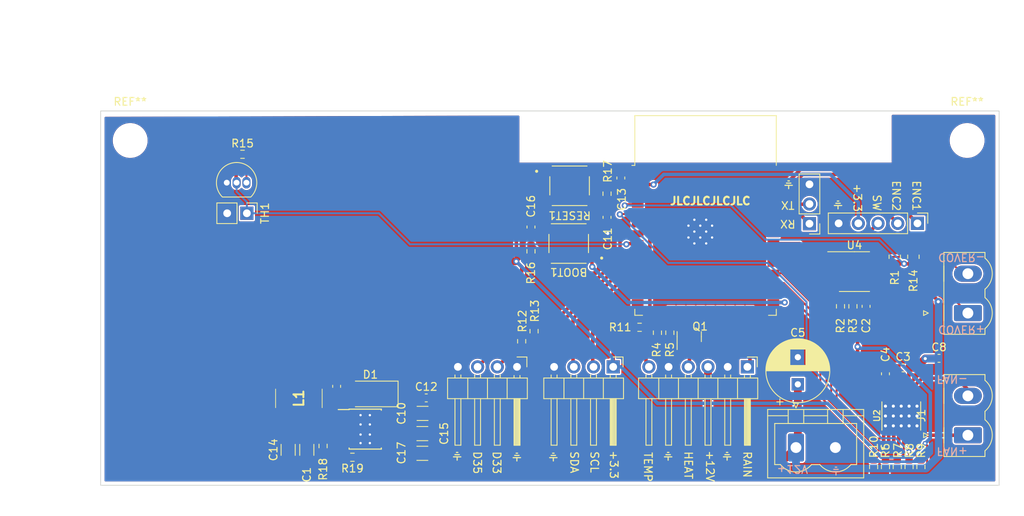
<source format=kicad_pcb>
(kicad_pcb (version 20221018) (generator pcbnew)
  (layers (0 "F.Cu" signal) (31 "B.Cu" signal) (34 "B.Paste" user) (35 "F.Paste" user) (36 "B.SilkS" user "B.Silkscreen") (37 "F.SilkS" user "F.Silkscreen") (38 "B.Mask" user) (39 "F.Mask" user) (44 "Edge.Cuts" user))
  (net 0 "")
  (net 8 "/~{U2_SLEEP}")
  (net 10 "GND")
  (net 11 "+12V")
  (net 12 "+3.3V")
  (net 13 "Net-(U4-VREF)")
  (net 14 "/U4_Isense")
  (net 15 "/U4_IN1")
  (net 16 "/U4_IN2")
  (net 17 "Net-(U2-VCP)")
  (net 18 "Net-(U2-CPH)")
  (net 19 "Net-(U2-CPL)")
  (net 20 "Net-(U2-VREF)")
  (net 21 "/U2_Isense")
  (net 22 "Net-(U2-IMODE)")
  (net 23 "/U2_IN1")
  (net 24 "/U2_IN2")
  (net 25 "/RAIN")
  (net 26 "/SW")
  (net 27 "/ENC2")
  (net 28 "/ENC1")
  (net 29 "/RX")
  (net 30 "/TX")
  (net 31 "Net-(D1-K)")
  (net 32 "/TEMP")
  (net 33 "/~{U2_FAULT}")
  (net 34 "Net-(U6-VSENSE)")
  (net 35 "Net-(U6-BOOT)")
  (net 39 "Net-(J10-Pin_1)")
  (net 40 "Net-(J10-Pin_2)")
  (net 41 "Net-(J1-Pin_1)")
  (net 42 "Net-(J1-Pin_2)")
  (net 45 "/DEW_HEATER")
  (net 46 "Net-(Q1-G)")
  (net 47 "/DEW_TEMP")
  (net 49 "/SDA")
  (net 50 "/SCL")
  (net 51 "/D_IN1")
  (net 52 "/D_IN2")
  (net 53 "/DEW_HEATER_OUT")
  (net 54 "/BOOT")
  (net 55 "/EN")
  (footprint "Resistor_SMD:R_0603_1608Metric" (layer "F.Cu") (at 122.4 107.2 -90)
    (fp_text reference "R18")
    (fp_text value "12k")
  )
  (footprint "RF_Module:ESP32-WROOM-32" (layer "F.Cu") (at 171.704 80.473)
    (fp_text reference "U1" hide)
    (fp_text value "ESP32-WROOM-32")
  )
  (footprint "Resistor_SMD:R_0603_1608Metric" (layer "F.Cu") (at 148 93.7 -90)
    (fp_text reference "R12")
    (fp_text value "10k")
  )
  (footprint "Resistor_SMD:R_0603_1608Metric" (layer "F.Cu") (at 149.6 92.4 -90)
    (fp_text reference "R13")
    (fp_text value "10k")
  )
  (footprint "Connector_PinHeader_2.54mm:PinHeader_1x06_P2.54mm_Horizontal" (layer "F.Cu") (at 177.1 97 -90)
    (fp_text reference "J3" hide)
    (fp_text value "~")
  )
  (footprint "MountingHole:MountingHole_4mm" (layer "F.Cu") (at 205.4225 67.818)
    (fp_text reference "REF**")
    (fp_text value "MountingHole_4mm")
  )
  (footprint "Connector_Phoenix_MSTB:PhoenixContact_MSTBVA_2,5_2-G-5,08_1x02_P5.08mm_Vertical" (layer "F.Cu") (at 205.5225 105.8164 90)
    (fp_text reference "J1")
    (fp_text value "FAN")
  )
  (footprint "Capacitor_SMD:C_1206_3216Metric" (layer "F.Cu") (at 135.19805 105.604376)
    (fp_text reference "C15")
    (fp_text value "4.7uF")
  )
  (footprint "Connector_Phoenix_MSTB:PhoenixContact_MSTBVA_2,5_2-G-5,08_1x02_P5.08mm_Vertical" (layer "F.Cu") (at 205.5225 90.0684 90)
    (fp_text reference "J10" hide)
    (fp_text value "COVER")
  )
  (footprint "Package_SO:TI_SO-PowerPAD-8_ThermalVias" (layer "F.Cu") (at 127.83105 105.026376)
    (fp_text reference "U6" hide)
    (fp_text value "TPS5430DDAR")
  )
  (footprint "DRV8876:IC_DRV8876PWPT" (layer "F.Cu") (at 196.9372 103.335 90)
    (fp_text reference "U2")
    (fp_text value "DRV8874PWPR ")
  )
  (footprint "Capacitor_SMD:C_0603_1608Metric" (layer "F.Cu") (at 194.8942 97.895 -90)
    (fp_text reference "C4")
    (fp_text value "22nF")
  )
  (footprint "Capacitor_SMD:C_0603_1608Metric" (layer "F.Cu") (at 197.169 97.1296 180)
    (fp_text reference "C3")
    (fp_text value "0.1uF")
  )
  (footprint "Resistor_SMD:R_0603_1608Metric" (layer "F.Cu") (at 193.3702 109.896 90)
    (fp_text reference "R10")
    (fp_text value "10k")
  )
  (footprint "Resistor_SMD:R_0603_1608Metric" (layer "F.Cu") (at 149.2 82.1 90)
    (fp_text reference "R16")
    (fp_text value "10k")
  )
  (footprint "Capacitor_SMD:C_0603_1608Metric" (layer "F.Cu") (at 124.14905 99.508376 90)
    (fp_text reference "C9" hide)
    (fp_text value "10nF 50V X7R")
  )
  (footprint "Capacitor_SMD:C_0603_1608Metric" (layer "F.Cu") (at 192.4 89.195 -90)
    (fp_text reference "C2")
    (fp_text value "0.1uF")
  )
  (footprint "Package_TO_SOT_THT:TO-92_Inline" (layer "F.Cu") (at 109.982 73.258)
    (fp_text reference "U5" hide)
    (fp_text value "DS18B20")
  )
  (footprint "Resistor_SMD:R_0805_2012Metric" (layer "F.Cu") (at 198.5 82.8075 90)
    (fp_text reference "R14")
    (fp_text value "4.7")
  )
  (footprint "Connector_PinHeader_2.54mm:PinHeader_1x04_P2.54mm_Horizontal" (layer "F.Cu") (at 159.8 97 -90)
    (fp_text reference "J4" hide)
    (fp_text value "~")
  )
  (footprint "Connector_PinHeader_2.54mm:PinHeader_1x05_P2.54mm_Vertical" (layer "F.Cu") (at 199.02 78.5 -90)
    (fp_text reference "J6" hide)
    (fp_text value "~")
  )
  (footprint "Resistor_SMD:R_0603_1608Metric" (layer "F.Cu") (at 197.9422 109.896 -90)
    (fp_text reference "R8")
    (fp_text value "560")
  )
  (footprint "Resistor_SMD:R_0603_1608Metric" (layer "F.Cu") (at 159.004 74.676 -90)
    (fp_text reference "R17")
    (fp_text value "10k")
  )
  (footprint "thing:button" (layer "F.Cu") (at 154.0625 81.1 180)
    (fp_text reference "BOOT1")
    (fp_text value "TS-1187A-B-A-B")
  )
  (footprint "Capacitor_SMD:C_1206_3216Metric" (layer "F.Cu") (at 120.3 107.7 -90)
    (fp_text reference "C1")
    (fp_text value "100uF")
  )
  (footprint "Capacitor_SMD:C_1206_3216Metric" (layer "F.Cu") (at 135.19805 108.144376)
    (fp_text reference "C17")
    (fp_text value "4.7uF")
  )
  (footprint "Capacitor_SMD:C_0603_1608Metric" (layer "F.Cu") (at 160.782 72.657 90)
    (fp_text reference "C13")
    (fp_text value "0.1uF")
  )
  (footprint "Capacitor_SMD:C_0603_1608Metric" (layer "F.Cu") (at 135.7 101)
    (fp_text reference "C12")
    (fp_text value "0.1uF")
  )
  (footprint "Resistor_SMD:R_0603_1608Metric" (layer "F.Cu") (at 189.1 89.195 90)
    (fp_text reference "R2")
    (fp_text value "0")
  )
  (footprint "Package_TO_SOT_SMD:SOT-23" (layer "F.Cu") (at 169.6 93.1 90)
    (fp_text reference "Q1")
    (fp_text value "AO3400A")
  )
  (footprint "Capacitor_THT:CP_Radial_D8.0mm_P3.50mm" (layer "F.Cu") (at 183.6 99.252651 90)
    (fp_text reference "C5")
    (fp_text value "~")
  )
  (footprint "Resistor_SMD:R_0603_1608Metric" (layer "F.Cu") (at 190.7 89.195 -90)
    (fp_text reference "R3")
    (fp_text value "~")
  )
  (footprint "Connector_PinHeader_2.54mm:PinHeader_1x04_P2.54mm_Horizontal" (layer "F.Cu") (at 147.4 97 -90)
    (fp_text reference "J5" hide)
    (fp_text value "~")
  )
  (footprint "Connector_PinHeader_2.54mm:PinHeader_1x03_P2.54mm_Vertical" (layer "F.Cu") (at 185.101 78.548 180)
    (fp_text reference "J7" hide)
    (fp_text value "~")
  )
  (footprint "Resistor_SMD:R_0805_2012Metric" (layer "F.Cu") (at 196.1 82.8075 90)
    (fp_text reference "R1")
    (fp_text value "4.7")
  )
  (footprint "Resistor_SMD:R_0603_1608Metric" (layer "F.Cu") (at 163.2 91.9)
    (fp_text reference "R11")
    (fp_text value "51k")
  )
  (footprint "Connector_PinHeader_2.54mm:PinHeader_1x02_P2.54mm_Vertical" (layer "F.Cu") (at 112.575 77.2 -90)
    (fp_text reference "TH1")
    (fp_text value "100k")
  )
  (footprint "Resistor_SMD:R_0603_1608Metric" (layer "F.Cu") (at 196.4182 109.896 -90)
    (fp_text reference "R7")
    (fp_text value "27k")
  )
  (footprint "Resistor_SMD:R_0603_1608Metric" (layer "F.Cu") (at 199.4662 109.896 -90)
    (fp_text reference "R9")
    (fp_text value "20k")
  )
  (footprint "Capacitor_SMD:C_0603_1608Metric" (layer "F.Cu") (at 159.004 77.724 -90)
    (fp_text reference "C11")
    (fp_text value "0.1uF")
  )
  (footprint "Connector_Phoenix_MSTB:PhoenixContact_MSTBVA_2,5_2-G-5,08_1x02_P5.08mm_Vertical" (layer "F.Cu") (at 183.36 107.4)
    (fp_text reference "J2" hide)
    (fp_text value "~")
  )
  (footprint "KiCad:1255AY100MP3" (layer "F.Cu") (at 119.28305 101.062376 -90)
    (fp_text reference "L1")
    (fp_text value "33uH" hide)
  )
  (footprint "Diode_SMD:D_SMA" (layer "F.Cu") (at 128.56105 100.489376 180)
    (fp_text reference "D1")
    (fp_text value "SS34")
  )
  (footprint "MountingHole:MountingHole_4mm" (layer "F.Cu") (at 97.536 67.818)
    (fp_text reference "REF**")
    (fp_text value "MountingHole_4mm")
  )
  (footprint "Resistor_SMD:R_0603_1608Metric" (layer "F.Cu") (at 112.014 69.596 180)
    (fp_text reference "R15")
    (fp_text value "4.7k")
  )
  (footprint "Capacitor_SMD:C_0603_1608Metric" (layer "F.Cu") (at 201.8 95.9)
    (fp_text reference "C8")
    (fp_text value "0.1uF")
  )
  (footprint "Capacitor_SMD:C_1206_3216Metric" (layer "F.Cu") (at 117.9 107.7 -90)
    (fp_text reference "C14")
    (fp_text value "100uF")
  )
  (footprint "thing:button" (layer "F.Cu") (at 154.178 73.66)
    (fp_text reference "RESET1")
    (fp_text value "TS-1187A-B-A-B")
  )
  (footprint "Resistor_SMD:R_0603_1608Metric" (layer "F.Cu") (at 194.8942 109.896 90)
    (fp_text reference "R6")
    (fp_text value "62k")
  )
  (footprint "Capacitor_SMD:C_1206_3216Metric" (layer "F.Cu") (at 135.225 103)
    (fp_text reference "C10")
    (fp_text value "4.7uF")
  )
  (footprint "Resistor_SMD:R_0603_1608Metric" (layer "F.Cu") (at 167.1 92.6 -90)
    (fp_text reference "R5")
    (fp_text value "100")
  )
  (footprint "Resistor_SMD:R_0603_1608Metric" (layer "F.Cu") (at 126.18105 108.652376)
    (fp_text reference "R19")
    (fp_text value "6.8k")
  )
  (footprint "Resistor_SMD:R_0603_1608Metric" (layer "F.Cu") (at 165.5 92.6 90)
    (fp_text reference "R4")
    (fp_text value "10k")
  )
  (footprint "Package_SO:SOIC-8-1EP_3.9x4.9mm_P1.27mm_EP2.41x3.3mm" (layer "F.Cu") (at 190.9 84.72)
    (fp_text reference "U4")
    (fp_text value "A4950E")
  )
  (footprint "Capacitor_SMD:C_0603_1608Metric" (layer "F.Cu") (at 149.2 78.975 90)
    (fp_text reference "C16")
    (fp_text value "0.1uF")
  )
  (gr_poly (pts (xy 93.728 64.008) (xy 135.943 64.008) (xy 209.552 64.008) (xy 209.552 112.268) (xy 93.728 112.268)) (stroke (width 0.1)) (fill none) (layer "Edge.Cuts"))
  (gr_text "FAN-" (at 201.4 98 180) (layer "B.SilkS") (effects (font (size 1 1)) (justify left bottom mirror)))
  (gr_text "COVER-" (at 201.6 82.3 180) (layer "B.SilkS") (effects (font (size 1 1)) (justify left bottom mirror)))
  (gr_text "FAN+" (at 201.4 107.3 180) (layer "B.SilkS") (effects (font (size 1 1)) (justify left bottom mirror)))
  (gr_text "⏚" (at 187.8 109.8 180) (layer "B.SilkS") (effects (font (size 1 1)) (justify left bottom mirror)))
  (gr_text "COVER+" (at 201.6 91.6 180) (layer "B.SilkS") (effects (font (size 1 1)) (justify left bottom mirror)))
  (gr_text "+12V" (at 180.8 109.6 180) (layer "B.SilkS") (effects (font (size 1 1)) (justify left bottom mirror)))
  (gr_text "RAIN" (at 176.5 107.8 -90) (layer "F.SilkS") (effects (font (size 1 1)) (justify left bottom)))
  (gr_text "D33" (at 144.2 107.8 -90) (layer "F.SilkS") (effects (font (size 1 1)) (justify left bottom)))
  (gr_text "SDA" (at 154.2 107.8 -90) (layer "F.SilkS") (effects (font (size 1 1)) (justify left bottom)))
  (gr_text "⏚" (at 148.1 108 180) (layer "F.SilkS") (effects (font (size 1 1)) (justify left bottom)))
  (gr_text "SCL" (at 156.8 107.8 -90) (layer "F.SilkS") (effects (font (size 1 1)) (justify left bottom)))
  (gr_text "TEMP" (at 163.7 107.9 -90) (layer "F.SilkS") (effects (font (size 1 1)) (justify left bottom)))
  (gr_text "JLCJLCJLCJLC" (at 167.005 76.2) (layer "F.SilkS") (effects (font (size 1 1) (thickness 0.25) bold) (justify left bottom)))
  (gr_text "⏚" (at 152.8 108 180) (layer "F.SilkS") (effects (font (size 1 1)) (justify left bottom)))
  (gr_text "D35" (at 141.7 107.8 -90) (layer "F.SilkS") (effects (font (size 1 1)) (justify left bottom)))
  (gr_text "⏚" (at 167.6 107.9 180) (layer "F.SilkS") (effects (font (size 1 1)) (justify left bottom)))
  (gr_text "⏚" (at 189.5 75.5 180) (layer "F.SilkS") (effects (font (size 1 1)) (justify left bottom)))
  (gr_text "ENC2" (at 195.7 72.9 -90) (layer "F.SilkS") (effects (font (size 1 1)) (justify left bottom)))
  (gr_text "+3.3\n" (at 159.3 107.7 -90) (layer "F.SilkS") (effects (font (size 1 1)) (justify left bottom)))
  (gr_text "RX" (at 183.388 77.978 180) (layer "F.SilkS") (effects (font (size 1 1)) (justify left bottom)))
  (gr_text "⏚" (at 183.134 72.898 180) (layer "F.SilkS") (effects (font (size 1 1)) (justify left bottom)))
  (gr_text "TX" (at 183.261 75.565 180) (layer "F.SilkS") (effects (font (size 1 1)) (justify left bottom)))
  (gr_text "+12V" (at 171.7 107.7 -90) (layer "F.SilkS") (effects (font (size 1 1)) (justify left bottom)))
  (gr_text "SW" (at 193.2 74.7 -90) (layer "F.SilkS") (effects (font (size 1 1)) (justify left bottom)))
  (gr_text "⏚" (at 175.2 107.9 180) (layer "F.SilkS") (effects (font (size 1 1)) (justify left bottom)))
  (gr_text "HEAT" (at 168.9 107.8 -90) (layer "F.SilkS") (effects (font (size 1 1)) (justify left bottom)))
  (gr_text "ENC1" (at 198.3 72.9 -90) (layer "F.SilkS") (effects (font (size 1 1)) (justify left bottom)))
  (gr_text "⏚" (at 140.4 107.9 180) (layer "F.SilkS") (effects (font (size 1 1)) (justify left bottom)))
  (gr_text "+3.3\n" (at 190.7 73.3 -90) (layer "F.SilkS") (effects (font (size 1 1)) (justify left bottom)))
  (segment (start 195.206003 107.76) (end 194.06 107.76) (width 0.25) (layer "F.Cu") (net 8))
  (segment (start 195.9622 106.235) (end 195.9622 107.003803) (width 0.25) (layer "F.Cu") (net 8))
  (segment (start 187.3 101) (end 187.3 91.7) (width 0.25) (layer "F.Cu") (net 8))
  (segment (start 187.3 91.7) (end 181.793 86.193) (width 0.25) (layer "F.Cu") (net 8))
  (segment (start 181.793 86.193) (end 180.454 86.193) (width 0.25) (layer "F.Cu") (net 8))
  (segment (start 194.06 107.76) (end 187.3 101) (width 0.25) (layer "F.Cu") (net 8))
  (segment (start 195.9622 107.003803) (end 195.206003 107.76) (width 0.25) (layer "F.Cu") (net 8))
  (via (at 159.1 79.8) (size 0.8) (drill 0.4) (layers "F.Cu" "B.Cu") (net 10))
  (via (at 197.9422 102.065) (size 0.8) (drill 0.4) (layers "F.Cu" "B.Cu") (net 10))
  (via (at 195.9102 104.605) (size 0.8) (drill 0.4) (layers "F.Cu" "B.Cu") (net 10))
  (via (at 196.9262 104.605) (size 0.8) (drill 0.4) (layers "F.Cu" "B.Cu") (net 10))
  (via (at 198.9582 104.605) (size 0.8) (drill 0.4) (layers "F.Cu" "B.Cu") (net 10))
  (via (at 197.9422 103.335) (size 0.8) (drill 0.4) (layers "F.Cu" "B.Cu") (net 10))
  (via (at 195.9102 103.335) (size 0.8) (drill 0.4) (layers "F.Cu" "B.Cu") (net 10))
  (via (at 198.9582 103.335) (size 0.8) (drill 0.4) (layers "F.Cu" "B.Cu") (net 10))
  (via (at 197.9422 104.605) (size 0.8) (drill 0.4) (layers "F.Cu" "B.Cu") (net 10))
  (via (at 198.9582 102.065) (size 0.8) (drill 0.4) (layers "F.Cu" "B.Cu") (net 10))
  (via (at 194.8942 102.065) (size 0.8) (drill 0.4) (layers "F.Cu" "B.Cu") (net 10))
  (via (at 196.9262 102.065) (size 0.8) (drill 0.4) (layers "F.Cu" "B.Cu") (net 10))
  (via (at 194.8942 104.605) (size 0.8) (drill 0.4) (layers "F.Cu" "B.Cu") (net 10))
  (via (at 194.8942 103.335) (size 0.8) (drill 0.4) (layers "F.Cu" "B.Cu") (net 10))
  (via (at 195.9102 102.065) (size 0.8) (drill 0.4) (layers "F.Cu" "B.Cu") (net 10))
  (via (at 196.9262 103.335) (size 0.8) (drill 0.4) (layers "F.Cu" "B.Cu") (net 10))
  (segment (start 183.6 99.252651) (end 183.6 107.16) (width 1) (layer "F.Cu") (net 11))
  (segment (start 133.72305 108.144376) (end 135.32305 109.744376) (width 1) (layer "F.Cu") (net 11))
  (segment (start 135.9 110.4) (end 180.36 110.4) (width 1) (layer "F.Cu") (net 11))
  (segment (start 199.825 86.625) (end 193.375 86.625) (width 0.45) (layer "F.Cu") (net 11))
  (segment (start 198.8312 97.1296) (end 200.005 95.9558) (width 1) (layer "F.Cu") (net 11))
  (segment (start 201.7 88.6) (end 201.7 88.5) (width 0.45) (layer "F.Cu") (net 11))
  (segment (start 183.6 107.16) (end 183.36 107.4) (width 1) (layer "F.Cu") (net 11))
  (segment (start 197.9122 97.176) (end 197.9552 97.133) (width 0.25) (layer "F.Cu") (net 11))
  (segment (start 172.02 97) (end 172.02 108.32) (width 1) (layer "F.Cu") (net 11))
  (segment (start 192.4 88.42) (end 192.4 87.6) (width 0.45) (layer "F.Cu") (net 11))
  (segment (start 133.655624 108.155624) (end 135.9 110.4) (width 1) (layer "F.Cu") (net 11))
  (segment (start 200.0504 95.9104) (end 200.025 95.9358) (width 1) (layer "F.Cu") (net 11))
  (segment (start 197.944 97.1296) (end 198.8312 97.1296) (width 1) (layer "F.Cu") (net 11))
  (segment (start 172.02 108.32) (end 173.9 110.2) (width 1) (layer "F.Cu") (net 11))
  (segment (start 201.155 95.9104) (end 200.0504 95.9104) (width 1) (layer "F.Cu") (net 11))
  (segment (start 200.005 95.9558) (end 200.005 95.9358) (width 1) (layer "F.Cu") (net 11))
  (segment (start 180.36 110.4) (end 183.36 107.4) (width 1) (layer "F.Cu") (net 11))
  (segment (start 192.4 87.6) (end 193.375 86.625) (width 0.45) (layer "F.Cu") (net 11))
  (segment (start 197.9122 100.435) (end 197.9122 97.176) (width 0.45) (layer "F.Cu") (net 11))
  (segment (start 201.7 88.5) (end 199.825 86.625) (width 0.45) (layer "F.Cu") (net 11))
  (via (at 200.025 95.9358) (size 0.8) (drill 0.4) (layers "F.Cu" "B.Cu") (net 11))
  (via (at 201.7 88.6) (size 0.8) (drill 0.4) (layers "F.Cu" "B.Cu") (net 11))
  (segment (start 201.7 88.6) (end 201.7522 88.6522) (width 1) (layer "B.Cu") (net 11))
  (segment (start 200.025 95.9358) (end 201.7268 95.9358) (width 1) (layer "B.Cu") (net 11))
  (segment (start 183.36 110.06) (end 183.4 110.1) (width 1) (layer "B.Cu") (net 11))
  (segment (start 201.7522 108.4834) (end 200.1356 110.1) (width 1) (layer "B.Cu") (net 11))
  (segment (start 183.4 110.1) (end 200 110.1) (width 1) (layer "B.Cu") (net 11))
  (segment (start 200 110.1) (end 200.1 110) (width 1) (layer "B.Cu") (net 11))
  (segment (start 201.7522 95.9104) (end 201.7522 108.4834) (width 1) (layer "B.Cu") (net 11))
  (segment (start 201.7268 95.9358) (end 201.7522 95.9104) (width 1) (layer "B.Cu") (net 11))
  (segment (start 183.36 107.4) (end 183.36 110.06) (width 1) (layer "B.Cu") (net 11))
  (segment (start 201.7522 88.6522) (end 201.7522 95.9104) (width 1) (layer "B.Cu") (net 11))
  (segment (start 191.3 94.4) (end 191.3 92.22) (width 0.45) (layer "F.Cu") (net 12))
  (segment (start 164.465 73.493) (end 164.993 73.493) (width 0.45) (layer "F.Cu") (net 12))
  (segment (start 200.2662 109.5122) (end 199.7964 109.982) (width 0.25) (layer "F.Cu") (net 12))
  (segment (start 147.661 73.493) (end 147.32 73.834) (width 0.45) (layer "F.Cu") (net 12))
  (segment (start 199.9996 106.8578) (end 200.2662 107.1244) (width 0.25) (layer "F.Cu") (net 12))
  (segment (start 112.839 69.596) (end 112.522 69.913) (width 0.25) (layer "F.Cu") (net 12))
  (segment (start 199.7964 109.982) (end 195.6332 109.982) (width 0.25) (layer "F.Cu") (net 12))
  (segment (start 200.2662 107.1244) (end 200.2662 109.5122) (width 0.25) (layer "F.Cu") (net 12))
  (segment (start 147.32 73.834) (end 147.32 83.47838) (width 0.45) (layer "F.Cu") (net 12))
  (segment (start 193.3702 110.721) (end 194.8942 110.721) (width 0.45) (layer "F.Cu") (net 12))
  (segment (start 112.522 69.913) (end 112.522 73.258) (width 0.25) (layer "F.Cu") (net 12))
  (segment (start 119.28305 103.412376) (end 115.212376 103.412376) (width 1) (layer "F.Cu") (net 12))
  (segment (start 148.3 92.875) (end 149.6 91.575) (width 0.45) (layer "F.Cu") (net 12))
  (segment (start 162.954 73.493) (end 164.465 73.493) (width 0.45) (layer "F.Cu") (net 12))
  (segment (start 162.954 73.493) (end 147.661 73.493) (width 0.45) (layer "F.Cu") (net 12))
  (segment (start 159.8 94.475) (end 159.8 97) (width 0.45) (layer "F.Cu") (net 12))
  (segment (start 144.4 70.6) (end 147.5 73.7) (width 0.45) (layer "F.Cu") (net 12))
  (segment (start 162.375 91.9) (end 159.8 94.475) (width 0.45) (layer "F.Cu") (net 12))
  (segment (start 149.2 82.925) (end 147.775 82.925) (width 0.45) (layer "F.Cu") (net 12))
  (segment (start 191.3 97.0728) (end 194.6622 100.435) (width 0.45) (layer "F.Cu") (net 12))
  (segment (start 129.545426 83.4) (end 147.2 83.4) (width 1) (layer "F.Cu") (net 12))
  (segment (start 113.843 70.6) (end 112.839 69.596) (width 0.45) (layer "F.Cu") (net 12))
  (segment (start 148 92.875) (end 148 84.1) (width 0.45) (layer "F.Cu") (net 12))
  (segment (start 114 98.945426) (end 129.545426 83.4) (width 1) (layer "F.Cu") (net 12))
  (segment (start 148 84.1) (end 147.3 83.4) (width 0.45) (layer "F.Cu") (net 12))
  (segment (start 147.775 82.925) (end 147.3 83.4) (width 0.45) (layer "F.Cu") (net 12))
  (segment (start 141.6 70.6) (end 144.4 70.6) (width 0.45) (layer "F.Cu") (net 12))
  (segment (start 191.3 92.22) (end 189.1 90.02) (width 0.45) (layer "F.Cu") (net 12))
  (segment (start 164.993 73.493) (end 165 73.5) (width 0.45) (layer "F.Cu") (net 12))
  (segment (start 195.6332 109.982) (end 194.8942 110.721) (width 0.25) (layer "F.Cu") (net 12))
  (segment (start 141.6 70.6) (end 113.843 70.6) (width 0.45) (layer "F.Cu") (net 12))
  (segment (start 191.3 94.4) (end 191.3 97.0728) (width 0.45) (layer "F.Cu") (net 12))
  (segment (start 115.212376 103.412376) (end 114 102.2) (width 1) (layer "F.Cu") (net 12))
  (segment (start 148 92.875) (end 148.3 92.875) (width 0.45) (layer "F.Cu") (net 12))
  (segment (start 114 102.2) (end 114 98.945426) (width 1) (layer "F.Cu") (net 12))
  (via (at 147.3 83.4) (size 0.8) (drill 0.4) (layers "F.Cu" "B.Cu") (net 12))
  (via (at 165 73.5) (size 0.8) (drill 0.4) (layers "F.Cu" "B.Cu") (net 12))
  (via (at 191.3 94.4) (size 0.8) (drill 0.4) (layers "F.Cu" "B.Cu") (net 12))
  (via (at 199.9996 106.8578) (size 0.6) (drill 0.3) (layers "F.Cu" "B.Cu") (net 12))
  (segment (start 200.674174 100.374174) (end 194.9 94.6) (width 0.45) (layer "B.Cu") (net 12))
  (segment (start 187.8 72.2) (end 187.793 72.193) (width 0.45) (layer "B.Cu") (net 12))
  (segment (start 163.275 99.4194) (end 163.275 99.453123) (width 0.45) (layer "B.Cu") (net 12))
  (segment (start 187.409182 101.7) (end 194.341182 108.632) (width 0.45) (layer "B.Cu") (net 12))
  (segment (start 162.7378 98.89618) (end 162.75178 98.89618) (width 0.45) (layer "B.Cu") (net 12))
  (segment (start 165 73.5) (end 166.307 72.193) (width 0.45) (layer "B.Cu") (net 12))
  (segment (start 159.7 96.9) (end 159.8 97) (width 0.45) (layer "B.Cu") (net 12))
  (segment (start 159.8 97) (end 160.84162 97) (width 0.45) (layer "B.Cu") (net 12))
  (segment (start 160.84162 97) (end 162.7378 98.89618) (width 0.45) (layer "B.Cu") (net 12))
  (segment (start 163.275 99.453123) (end 165.521877 101.7) (width 0.45) (layer "B.Cu") (net 12))
  (segment (start 159.7 95.8) (end 159.7 96.9) (width 0.45) (layer "B.Cu") (net 12))
  (segment (start 162.75178 98.89618) (end 163.275 99.4194) (width 0.45) (layer "B.Cu") (net 12))
  (segment (start 200.674174 106.200331) (end 200.674174 100.374174) (width 0.45) (layer "B.Cu") (net 12))
  (segment (start 194.341182 108.632) (end 198.242505 108.632) (width 0.45) (layer "B.Cu") (net 12))
  (segment (start 191.4 78.5) (end 191.4 75.8) (width 0.45) (layer "B.Cu") (net 12))
  (segment (start 191.4 75.8) (end 187.8 72.2) (width 0.45) (layer "B.Cu") (net 12))
  (segment (start 198.242505 108.632) (end 200.674174 106.200331) (width 0.45) (layer "B.Cu") (net 12))
  (segment (start 194.9 94.6) (end 191.5 94.6) (width 0.45) (layer "B.Cu") (net 12))
  (segment (start 147.3 83.4) (end 159.7 95.8) (width 0.45) (layer "B.Cu") (net 12))
  (segment (start 191.5 94.6) (end 191.3 94.4) (width 0.45) (layer "B.Cu") (net 12))
  (segment (start 187.793 72.193) (end 166.307 72.193) (width 0.45) (layer "B.Cu") (net 12))
  (segment (start 165.521877 101.7) (end 187.409182 101.7) (width 0.45) (layer "B.Cu") (net 12))
  (segment (start 189.1 88.4) (end 190.7 88.4) (width 0.45) (layer "F.Cu") (net 13))
  (segment (start 189.1 87.3) (end 189.1 88.37) (width 0.45) (layer "F.Cu") (net 13))
  (segment (start 189.1 87.3) (end 188.425 86.625) (width 0.45) (layer "F.Cu") (net 13))
  (segment (start 193.375 84.085) (end 196.0725 84.085) (width 0.45) (layer "F.Cu") (net 14))
  (segment (start 162.954 76.033) (end 161.457 76.033) (width 0.25) (layer "F.Cu") (net 14))
  (segment (start 198.5 83.72) (end 196.1 83.72) (width 0.45) (layer "F.Cu") (net 14))
  (segment (start 161.457 76.033) (end 161.29 76.2) (width 0.25) (layer "F.Cu") (net 14))
  (via (at 161.29 76.2) (size 0.8) (drill 0.4) (layers "F.Cu" "B.Cu") (net 14))
  (via (at 197.3 83.7) (size 0.8) (drill 0.4) (layers "F.Cu" "B.Cu") (net 14))
  (segment (start 179.4 80.6) (end 175 76.2) (width 0.25) (layer "B.Cu") (net 14))
  (segment (start 194.1 80.6) (end 179.4 80.6) (width 0.25) (layer "B.Cu") (net 14))
  (segment (start 175 76.2) (end 161.29 76.2) (width 0.25) (layer "B.Cu") (net 14))
  (segment (start 197.2 83.7) (end 194.1 80.6) (width 0.25) (layer "B.Cu") (net 14))
  (segment (start 197.3 83.7) (end 197.2 83.7) (width 0.25) (layer "B.Cu") (net 14))
  (segment (start 183.813 81.113) (end 186.785 84.085) (width 0.45) (layer "F.Cu") (net 15))
  (segment (start 180.454 81.113) (end 183.813 81.113) (width 0.45) (layer "F.Cu") (net 15))
  (segment (start 186.785 84.085) (end 188.425 84.085) (width 0.45) (layer "F.Cu") (net 15))
  (segment (start 185.555 85.355) (end 188.425 85.355) (width 0.45) (layer "F.Cu") (net 16))
  (segment (start 182.583 82.383) (end 185.555 85.355) (width 0.45) (layer "F.Cu") (net 16))
  (segment (start 180.454 82.383) (end 182.583 82.383) (width 0.45) (layer "F.Cu") (net 16))
  (segment (start 197.2622 100.435) (end 197.2622 97.842) (width 0.45) (layer "F.Cu") (net 17))
  (segment (start 197.2622 97.842) (end 196.4052 96.985) (width 0.45) (layer "F.Cu") (net 17))
  (segment (start 196.6122 98.838) (end 194.8942 97.12) (width 0.45) (layer "F.Cu") (net 18))
  (segment (start 196.6122 100.435) (end 196.6122 98.838) (width 0.45) (layer "F.Cu") (net 18))
  (segment (start 195.107425 98.67) (end 194.8942 98.67) (width 0.45) (layer "F.Cu") (net 19))
  (segment (start 195.9622 100.435) (end 195.9622 99.524775) (width 0.45) (layer "F.Cu") (net 19))
  (segment (start 195.9622 99.524775) (end 195.107425 98.67) (width 0.45) (layer "F.Cu") (net 19))
  (segment (start 197.2622 108.227) (end 196.4182 109.071) (width 0.25) (layer "F.Cu") (net 20))
  (segment (start 196.4182 109.071) (end 194.8942 109.071) (width 0.25) (layer "F.Cu") (net 20))
  (segment (start 197.2622 106.235) (end 197.2622 108.227) (width 0.25) (layer "F.Cu") (net 20))
  (segment (start 197.9422 107.907) (end 197.9122 107.937) (width 0.25) (layer "F.Cu") (net 21))
  (segment (start 162.954 77.303) (end 160.695 77.303) (width 0.25) (layer "F.Cu") (net 21))
  (segment (start 160.695 77.303) (end 160.655 77.343) (width 0.25) (layer "F.Cu") (net 21))
  (segment (start 197.9122 106.235) (end 197.9122 107.877) (width 0.25) (layer "F.Cu") (net 21))
  (segment (start 197.9122 109.041) (end 197.9422 109.071) (width 0.25) (layer "F.Cu") (net 21))
  (segment (start 197.9122 107.877) (end 197.9422 107.907) (width 0.25) (layer "F.Cu") (net 21))
  (segment (start 197.9122 107.937) (end 197.9122 109.041) (width 0.25) (layer "F.Cu") (net 21))
  (via (at 197.9422 107.907) (size 0.6) (drill 0.3) (layers "F.Cu" "B.Cu") (net 21))
  (via (at 160.655 77.343) (size 0.8) (drill 0.4) (layers "F.Cu" "B.Cu") (net 21))
  (segment (start 194.4 106.2) (end 184.725 96.525) (width 0.25) (layer "B.Cu") (net 21))
  (segment (start 184.725 88.625) (end 179.7 83.6) (width 0.25) (layer "B.Cu") (net 21))
  (segment (start 179.7 83.6) (end 166.912 83.6) (width 0.25) (layer "B.Cu") (net 21))
  (segment (start 196.2352 106.2) (end 194.4 106.2) (width 0.25) (layer "B.Cu") (net 21))
  (segment (start 184.725 96.525) (end 184.725 88.625) (width 0.25) (layer "B.Cu") (net 21))
  (segment (start 197.9422 107.907) (end 196.2352 106.2) (width 0.25) (layer "B.Cu") (net 21))
  (segment (start 166.912 83.6) (end 160.655 77.343) (width 0.25) (layer "B.Cu") (net 21))
  (segment (start 198.5622 106.235) (end 198.5622 107.148) (width 0.25) (layer "F.Cu") (net 22))
  (segment (start 198.8962 108.501) (end 199.4662 109.071) (width 0.25) (layer "F.Cu") (net 22))
  (segment (start 198.8962 107.482) (end 198.8962 108.501) (width 0.25) (layer "F.Cu") (net 22))
  (segment (start 198.5622 107.148) (end 198.8962 107.482) (width 0.25) (layer "F.Cu") (net 22))
  (segment (start 181.153 83.653) (end 188.6 91.1) (width 0.25) (layer "F.Cu") (net 23))
  (segment (start 180.454 83.653) (end 181.153 83.653) (width 0.25) (layer "F.Cu") (net 23))
  (segment (start 188.6 91.1) (end 188.6 101) (width 0.25) (layer "F.Cu") (net 23))
  (segment (start 193.835 106.235) (end 194.6622 106.235) (width 0.25) (layer "F.Cu") (net 23))
  (segment (start 188.6 101) (end 193.835 106.235) (width 0.25) (layer "F.Cu") (net 23))
  (segment (start 187.9 91.3) (end 187.9 100.963604) (width 0.25) (layer "F.Cu") (net 24))
  (segment (start 181.523 84.923) (end 187.9 91.3) (width 0.25) (layer "F.Cu") (net 24))
  (segment (start 187.9 100.963604) (end 194.246396 107.31) (width 0.25) (layer "F.Cu") (net 24))
  (segment (start 195.006003 107.31) (end 195.3122 107.003803) (width 0.25) (layer "F.Cu") (net 24))
  (segment (start 194.246396 107.31) (end 195.006003 107.31) (width 0.25) (layer "F.Cu") (net 24))
  (segment (start 195.3122 107.003803) (end 195.3122 106.235) (width 0.25) (layer "F.Cu") (net 24))
  (segment (start 180.454 84.923) (end 181.523 84.923) (width 0.25) (layer "F.Cu") (net 24))
  (segment (start 177.424 89.983) (end 177.424 96.676) (width 0.45) (layer "F.Cu") (net 25))
  (segment (start 177.424 96.676) (end 177.1 97) (width 0.45) (layer "F.Cu") (net 25))
  (segment (start 183.223 79.823) (end 192.617 79.823) (width 0.45) (layer "F.Cu") (net 26))
  (segment (start 181.973 78.573) (end 180.454 78.573) (width 0.45) (layer "F.Cu") (net 26))
  (segment (start 192.617 79.823) (end 193.94 78.5) (width 0.45) (layer "F.Cu") (net 26))
  (segment (start 183.223 79.823) (end 181.973 78.573) (width 0.45) (layer "F.Cu") (net 26))
  (segment (start 181.654 74.763) (end 184.224 72.193) (width 0.45) (layer "F.Cu") (net 27))
  (segment (start 190.173 72.193) (end 196.48 78.5) (width 0.45) (layer "F.Cu") (net 27))
  (segment (start 180.454 74.763) (end 181.654 74.763) (width 0.45) (layer "F.Cu") (net 27))
  (segment (start 184.224 72.193) (end 190.173 72.193) (width 0.45) (layer "F.Cu") (net 27))
  (segment (start 183.954761 71.543) (end 192.063 71.543) (width 0.45) (layer "F.Cu") (net 28))
  (segment (start 180.454 73.493) (end 182.004762 73.493) (width 0.45) (layer "F.Cu") (net 28))
  (segment (start 192.063 71.543) (end 199.02 78.5) (width 0.45) (layer "F.Cu") (net 28))
  (segment (start 182.004762 73.493) (end 183.954761 71.543) (width 0.45) (layer "F.Cu") (net 28))
  (segment (start 183.856 77.303) (end 185.101 78.548) (width 0.45) (layer "F.Cu") (net 29))
  (segment (start 180.454 77.303) (end 183.856 77.303) (width 0.45) (layer "F.Cu") (net 29))
  (segment (start 185.076 76.033) (end 185.101 76.008) (width 0.45) (layer "F.Cu") (net 30))
  (segment (start 180.454 76.033) (end 185.076 76.033) (width 0.45) (layer "F.Cu") (net 30))
  (segment (start 111.189 73.195) (end 111.189 69.596) (width 0.45) (layer "F.Cu") (net 32))
  (segment (start 161.587 81.113) (end 161.5 81.2) (width 0.45) (layer "F.Cu") (net 32))
  (segment (start 162.954 81.113) (end 161.587 81.113) (width 0.45) (layer "F.Cu") (net 32))
  (segment (start 111.252 73.258) (end 111.189 73.195) (width 0.45) (layer "F.Cu") (net 32))
  (via (at 161.5 81.2) (size 0.8) (drill 0.4) (layers "F.Cu" "B.Cu") (net 32))
  (segment (start 161.5 81.2) (end 133.6 81.2) (width 0.25) (layer "B.Cu") (net 32))
  (segment (start 129.6 77.2) (end 112.575 77.2) (width 0.25) (layer "B.Cu") (net 32))
  (segment (start 111.252 74.422) (end 111.252 73.258) (width 0.25) (layer "B.Cu") (net 32))
  (segment (start 112.575 75.745) (end 112.575 77.2) (width 0.25) (layer "B.Cu") (net 32))
  (segment (start 111.252 74.422) (end 112.575 75.745) (width 0.25) (layer "B.Cu") (net 32))
  (segment (start 133.6 81.2) (end 129.6 77.2) (width 0.25) (layer "B.Cu") (net 32))
  (segment (start 196.6122 106.235) (end 196.6122 108.115) (width 0.25) (layer "F.Cu") (net 33))
  (segment (start 186.5 91.8) (end 186.5 100.836396) (width 0.25) (layer "F.Cu") (net 33))
  (segment (start 182.163 87.463) (end 186.5 91.8) (width 0.25) (layer "F.Cu") (net 33))
  (segment (start 194.1322 108.309) (end 193.3702 109.071) (width 0.25) (layer "F.Cu") (net 33))
  (segment (start 196.6122 108.115) (end 196.4182 108.309) (width 0.25) (layer "F.Cu") (net 33))
  (segment (start 193.3702 107.7298) (end 193.3702 109.071) (width 0.25) (layer "F.Cu") (net 33))
  (segment (start 186.5 100.836396) (end 193.381802 107.718198) (width 0.25) (layer "F.Cu") (net 33))
  (segment (start 196.4182 108.309) (end 194.1322 108.309) (width 0.25) (layer "F.Cu") (net 33))
  (segment (start 180.454 87.463) (end 182.163 87.463) (width 0.25) (layer "F.Cu") (net 33))
  (segment (start 193.381802 107.718198) (end 193.3702 107.7298) (width 0.25) (layer "F.Cu") (net 33))
  (segment (start 123.027376 108.652376) (end 122.4 108.025) (width 0.45) (layer "F.Cu") (net 34))
  (segment (start 125.13105 106.931376) (end 125.13105 108.427376) (width 0.45) (layer "F.Cu") (net 34))
  (segment (start 125.13105 108.427376) (end 125.35605 108.652376) (width 0.45) (layer "F.Cu") (net 34))
  (segment (start 125.35605 108.652376) (end 123.027376 108.652376) (width 0.45) (layer "F.Cu") (net 34))
  (segment (start 124.14905 102.139376) (end 125.13105 103.121376) (width 0.45) (layer "F.Cu") (net 35))
  (segment (start 124.14905 100.283376) (end 124.14905 102.139376) (width 0.45) (layer "F.Cu") (net 35))
  (segment (start 204.8115 89.3634) (end 204.8115 90.0684) (width 0.25) (layer "F.Cu") (net 39))
  (segment (start 200.8031 85.355) (end 193.375 85.355) (width 0.25) (layer "F.Cu") (net 39))
  (segment (start 200.8031 85.355) (end 204.8115 89.3634) (width 0.25) (layer "F.Cu") (net 39))
  (segment (start 193.375 82.815) (end 202.6381 82.815) (width 0.25) (layer "F.Cu") (net 40))
  (segment (start 202.6381 82.815) (end 204.8115 84.9884) (width 0.25) (layer "F.Cu") (net 40))
  (segment (start 204.5575 105.8164) (end 199.6308 105.8164) (width 0.45) (layer "F.Cu") (net 41))
  (segment (start 199.6308 105.8164) (end 199.2122 106.235) (width 0.45) (layer "F.Cu") (net 41))
  (segment (start 198.5622 100.435) (end 198.5622 99.524775) (width 0.45) (layer "F.Cu") (net 42))
  (segment (start 204.0636 98.465) (end 205.7471 100.1485) (width 0.45) (layer "F.Cu") (net 42))
  (segment (start 205.7471 100.1485) (end 205.7471 100.751) (width 0.45) (layer "F.Cu") (net 42))
  (segment (start 199.621975 98.465) (end 204.0636 98.465) (width 0.45) (layer "F.Cu") (net 42))
  (segment (start 198.5622 99.524775) (end 199.621975 98.465) (width 0.45) (layer "F.Cu") (net 42))
  (segment (start 167.264 89.983) (end 167.264 91.611) (width 0.45) (layer "F.Cu") (net 45))
  (segment (start 167.264 91.611) (end 167.1 91.775) (width 0.45) (layer "F.Cu") (net 45))
  (segment (start 167.1 93.425) (end 167.7125 94.0375) (width 0.45) (layer "F.Cu") (net 46))
  (segment (start 165.5 93.425) (end 167.1 93.425) (width 0.45) (layer "F.Cu") (net 46))
  (segment (start 167.7125 94.0375) (end 168.65 94.0375) (width 0.45) (layer "F.Cu") (net 46))
  (segment (start 164.525 91.4) (end 164.525 78.944) (width 0.45) (layer "F.Cu") (net 47))
  (segment (start 164.025 91.9) (end 164.525 91.4) (width 0.45) (layer "F.Cu") (net 47))
  (segment (start 164.025 96.625) (end 164.4 97) (width 0.45) (layer "F.Cu") (net 47))
  (segment (start 164.154 78.573) (end 162.954 78.573) (width 0.45) (layer "F.Cu") (net 47))
  (segment (start 164.525 78.944) (end 164.154 78.573) (width 0.45) (layer "F.Cu") (net 47))
  (segment (start 164.025 91.9) (end 164.025 96.625) (width 0.45) (layer "F.Cu") (net 47))
  (segment (start 162.954 83.653) (end 161.747 83.653) (width 0.45) (layer "F.Cu") (net 49))
  (segment (start 154.72 97) (end 154.62 96.9) (width 0.45) (layer "F.Cu") (net 49))
  (segment (start 154.62 96.9) (end 154.62 90.787) (width 0.45) (layer "F.Cu") (net 49))
  (segment (start 154.62 90.787) (end 161.754 83.653) (width 0.45) (layer "F.Cu") (net 49))
  (segment (start 162.954 84.923) (end 161.754 84.923) (width 0.45) (layer "F.Cu") (net 50))
  (segment (start 157.16 96.9) (end 157.26 97) (width 0.45) (layer "F.Cu") (net 50))
  (segment (start 157.16 89.517) (end 157.16 96.9) (width 0.45) (layer "F.Cu") (net 50))
  (segment (start 161.754 84.923) (end 157.16 89.517) (width 0.45) (layer "F.Cu") (net 50))
  (segment (start 149.7 94.7) (end 162.017 82.383) (width 0.45) (layer "F.Cu") (net 51))
  (segment (start 147.16 94.7) (end 149.7 94.7) (width 0.45) (layer "F.Cu") (net 51))
  (segment (start 162.017 82.383) (end 162.954 82.383) (width 0.45) (layer "F.Cu") (net 51))
  (segment (start 144.86 97) (end 147.16 94.7) (width 0.45) (layer "F.Cu") (net 51))
  (segment (start 149.7 93.7) (end 145.62 93.7) (width 0.45) (layer "F.Cu") (net 52))
  (segment (start 160.675 80.858273) (end 160.675 82.725) (width 0.45) (layer "F.Cu") (net 52))
  (segment (start 162.954 79.843) (end 161.690273 79.843) (width 0.45) (layer "F.Cu") (net 52))
  (segment (start 161.690273 79.843) (end 160.675 80.858273) (width 0.45) (layer "F.Cu") (net 52))
  (segment (start 160.675 82.725) (end 149.7 93.7) (width 0.45) (layer "F.Cu") (net 52))
  (segment (start 145.62 93.7) (end 142.32 97) (width 0.45) (layer "F.Cu") (net 52))
  (segment (start 169.48 97) (end 169.63 96.85) (width 0.45) (layer "F.Cu") (net 53))
  (segment (start 169.63 96.85) (end 169.63 92.1925) (width 0.45) (layer "F.Cu") (net 53))
  (segment (start 169.63 92.1925) (end 169.6 92.1625) (width 0.45) (layer "F.Cu") (net 53))
  (segment (start 149.3625 81.275) (end 151.0625 82.975) (width 0.45) (layer "F.Cu") (net 54))
  (segment (start 149.2 79.75) (end 149.2 81.275) (width 0.45) (layer "F.Cu") (net 54))
  (segment (start 157.0625 84.0625) (end 157.1 84.1) (width 0.45) (layer "F.Cu") (net 54))
  (segment (start 180.8 88.7) (end 181.9 88.7) (width 0.45) (layer "F.Cu") (net 54))
  (segment (start 157.0625 82.975) (end 157.0625 84.0625) (width 0.45) (layer "F.Cu") (net 54))
  (segment (start 151.0625 82.975) (end 157.0625 82.975) (width 0.45) (layer "F.Cu") (net 54))
  (segment (start 180.767 88.733) (end 180.8 88.7) (width 0.45) (layer "F.Cu") (net 54))
  (segment (start 180.454 88.733) (end 180.767 88.733) (width 0.45) (layer "F.Cu") (net 54))
  (segment (start 149.2 81.275) (end 149.3625 81.275) (width 0.45) (layer "F.Cu") (net 54))
  (via (at 181.9 88.7) (size 0.8) (drill 0.4) (layers "F.Cu" "B.Cu") (net 54))
  (via (at 157.1 84.1) (size 0.8) (drill 0.4) (layers "F.Cu" "B.Cu") (net 54))
  (segment (start 181.9 88.7) (end 161.7 88.7) (width 0.45) (layer "B.Cu") (net 54))
  (segment (start 161.7 88.7) (end 157.1 84.1) (width 0.45) (layer "B.Cu") (net 54))
  (segment (start 162.954 74.763) (end 159.742 74.763) (width 0.45) (layer "F.Cu") (net 55))
  (segment (start 157.178 75.535) (end 158.97 75.535) (width 0.25) (layer "F.Cu") (net 55))
  (segment (start 151.178 75.535) (end 157.178 75.535) (width 0.25) (layer "F.Cu") (net 55))
  (segment (start 159.742 74.763) (end 159.004 75.501) (width 0.45) (layer "F.Cu") (net 55))
  (segment (start 159.004 75.501) (end 159.004 76.949) (width 0.45) (layer "F.Cu") (net 55))
  (segment (start 158.97 75.535) (end 159.004 75.501) (width 0.25) (layer "F.Cu") (net 55))
  (zone (net 31) (net_name "Net-(D1-K)") (layer "F.Cu") (priority 2) (connect_pads yes (clearance 0.4)) (min_thickness 0.25) (fill yes (thermal_gap 0.5) (thermal_bridge_width 0.5))
    (polygon (pts (xy 131.76905 103.699376) (xy 131.76905 97.603376) (xy 117.41805 97.603376) (xy 117.41805 99.127376) (xy 129.35605 99.127376) (xy 129.35605 103.699376)))
  )
  (zone (net 12) (net_name "+3.3V") (layer "F.Cu") (priority 4) (connect_pads yes (clearance 0.4)) (min_thickness 0.25) (fill yes (thermal_gap 0.5) (thermal_bridge_width 0.5))
    (polygon (pts (xy 123.10605 106.987376) (xy 115.99405 106.987376) (xy 115.89405 101.286376) (xy 123.00605 101.286376)))
  )
  (zone (net 11) (net_name "+12V") (layer "F.Cu") (priority 1) (connect_pads yes (clearance 0.4)) (min_thickness 0.3) (fill yes (thermal_gap 0.5) (thermal_bridge_width 0.5) (smoothing fillet) (radius 0.25))
    (polygon (pts (xy 132.24085 104.715376) (xy 129.76605 104.715376) (xy 129.76605 104.057376) (xy 132.24105 104.057376) (xy 132.26645 100.215776) (xy 135.37945 100.153776) (xy 135.35405 109.075376) (xy 132.24085 109.075376)))
  )
  (zone (net 10) (net_name "GND") (layers "F&B.Cu") (connect_pads yes (clearance 0.2)) (min_thickness 0.25) (fill yes (thermal_gap 0.5) (thermal_bridge_width 0.5))
    (polygon (pts (xy 93.828 64.77) (xy 209.382 64.416) (xy 209.382 111.96) (xy 93.828 112.314)))
  )
)
</source>
